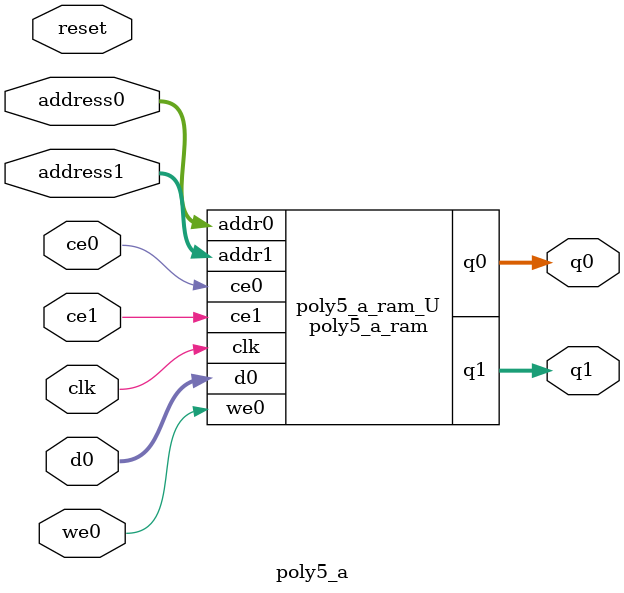
<source format=v>
`timescale 1 ns / 1 ps
module poly5_a_ram (addr0, ce0, d0, we0, q0, addr1, ce1, q1,  clk);

parameter DWIDTH = 25;
parameter AWIDTH = 24;
parameter MEM_SIZE = 16777216;

input[AWIDTH-1:0] addr0;
input ce0;
input[DWIDTH-1:0] d0;
input we0;
output wire[DWIDTH-1:0] q0;
input[AWIDTH-1:0] addr1;
input ce1;
output wire[DWIDTH-1:0] q1;
input clk;

(* ram_style = "block" *)reg [DWIDTH-1:0] ram[0:MEM_SIZE-1];
wire [AWIDTH-1:0] addr0_t0; 
reg [AWIDTH-1:0] addr0_t1; 
wire [DWIDTH-1:0] d0_t0; 
wire we0_t0; 
reg [DWIDTH-1:0] d0_t1; 
reg we0_t1; 
reg [DWIDTH-1:0] q0_t0;
reg [DWIDTH-1:0] q0_t1;
wire [AWIDTH-1:0] addr1_t0; 
reg [AWIDTH-1:0] addr1_t1; 
reg [DWIDTH-1:0] q1_t0;
reg [DWIDTH-1:0] q1_t1;


assign addr0_t0 = addr0;
assign d0_t0 = d0;
assign we0_t0 = we0;
assign q0 = q0_t1;
assign addr1_t0 = addr1;
assign q1 = q1_t1;

always @(posedge clk)  
begin
    if (ce0) 
    begin
        addr0_t1 <= addr0_t0; 
        d0_t1 <= d0_t0;
        we0_t1 <= we0_t0;
        q0_t1 <= q0_t0;
    end
    if (ce1) 
    begin
        addr1_t1 <= addr1_t0; 
        q1_t1 <= q1_t0;
    end
end


always @(posedge clk)  
begin 
    if (ce0) 
    begin
        if (we0_t1) 
        begin 
            ram[addr0_t1] <= d0_t1; 
        end 
        q0_t0 <= ram[addr0_t1];
    end
end


always @(posedge clk)  
begin 
    if (ce1) 
    begin
        q1_t0 <= ram[addr1_t1];
    end
end


endmodule

`timescale 1 ns / 1 ps
module poly5_a(
    reset,
    clk,
    address0,
    ce0,
    we0,
    d0,
    q0,
    address1,
    ce1,
    q1);

parameter DataWidth = 32'd25;
parameter AddressRange = 32'd16777216;
parameter AddressWidth = 32'd24;
input reset;
input clk;
input[AddressWidth - 1:0] address0;
input ce0;
input we0;
input[DataWidth - 1:0] d0;
output[DataWidth - 1:0] q0;
input[AddressWidth - 1:0] address1;
input ce1;
output[DataWidth - 1:0] q1;



poly5_a_ram poly5_a_ram_U(
    .clk( clk ),
    .addr0( address0 ),
    .ce0( ce0 ),
    .we0( we0 ),
    .d0( d0 ),
    .q0( q0 ),
    .addr1( address1 ),
    .ce1( ce1 ),
    .q1( q1 ));

endmodule


</source>
